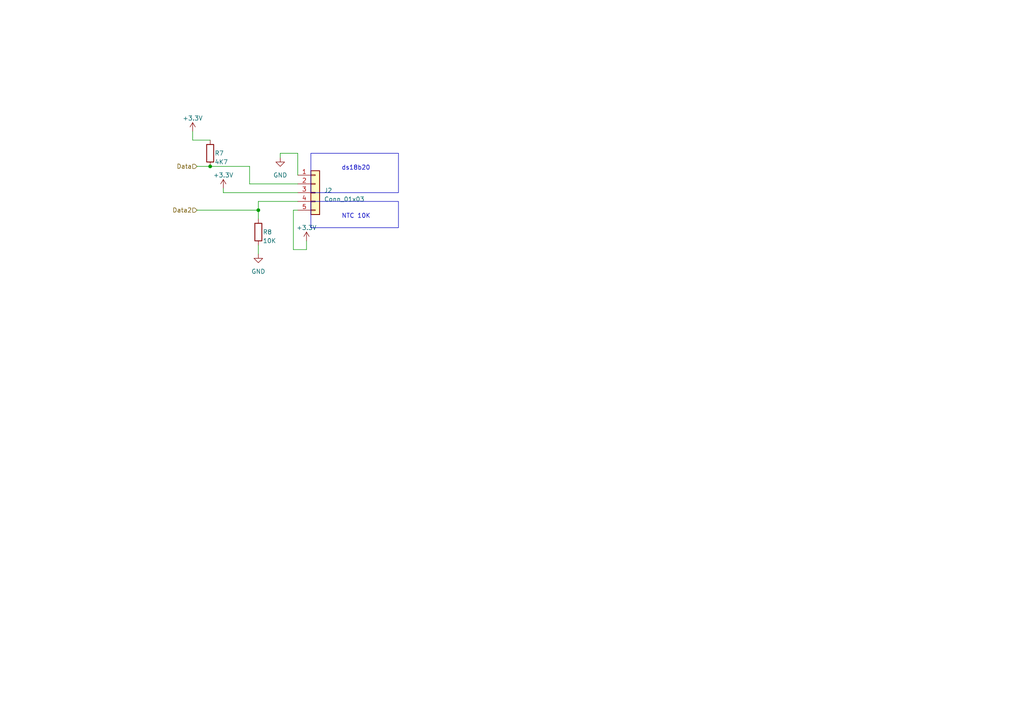
<source format=kicad_sch>
(kicad_sch (version 20230121) (generator eeschema)
  (paper "A4")
  (title_block (title "Temperature Sensors"))
  (lib_symbols
    (symbol "Connector_Generic:Conn_01x05" (pin_names (offset 1.016) hide)
      (property "Reference" "J" (at 0 7.62 0))
      (property "Value" "Conn_01x05" (at 0 -7.62 0))
      (symbol "Conn_01x05_1_1"
        (rectangle (start -1.27 -4.953) (end 0 -5.207) (stroke (width 0.1524)))
        (rectangle (start -1.27 -2.413) (end 0 -2.667) (stroke (width 0.1524)))
        (rectangle (start -1.27 0.127) (end 0 -0.127) (stroke (width 0.1524)))
        (rectangle (start -1.27 2.667) (end 0 2.413) (stroke (width 0.1524)))
        (rectangle (start -1.27 5.207) (end 0 4.953) (stroke (width 0.1524)))
        (rectangle (start -1.27 6.35) (end 1.27 -6.35) (stroke (width 0.254)) (fill (type background)))
        (pin passive line (at -5.08 5.08 0) (length 3.81) (name "Pin_1") (number "1"))
        (pin passive line (at -5.08 2.54 0) (length 3.81) (name "Pin_2") (number "2"))
        (pin passive line (at -5.08 0 0) (length 3.81) (name "Pin_3") (number "3"))
        (pin passive line (at -5.08 -2.54 0) (length 3.81) (name "Pin_4") (number "4"))
        (pin passive line (at -5.08 -5.08 0) (length 3.81) (name "Pin_5") (number "5"))
      )
    )
    (symbol "Device:R" (pin_numbers hide) (pin_names (offset 0))
      (property "Reference" "R" (at 2.032 0 90))
      (property "Value" "R" (at 0 0 90))
      (symbol "R_0_1"
        (rectangle (start -1.016 -2.54) (end 1.016 2.54) (stroke (width 0.254)))
      )
      (symbol "R_1_1"
        (pin passive line (at 0 3.81 270) (length 1.27) (name "~") (number "1"))
        (pin passive line (at 0 -3.81 90) (length 1.27) (name "~") (number "2"))
      )
    )
    (symbol "power:+3.3V" (power) (pin_names (offset 0))
      (property "Value" "+3.3V" (at 0 3.556 0))
      (symbol "+3.3V_0_1"
        (polyline (pts (xy -0.762 1.27) (xy 0 2.54)))
        (polyline (pts (xy 0 0) (xy 0 2.54)))
        (polyline (pts (xy 0 2.54) (xy 0.762 1.27)))
      )
      (symbol "+3.3V_1_1"
        (pin power_in line (at 0 0 90) (length 0) hide (name "+3.3V") (number "1"))
      )
    )
    (symbol "power:GND" (power) (pin_names (offset 0))
      (property "Value" "GND" (at 0 -3.81 0))
      (symbol "GND_0_1"
        (polyline (pts (xy 0 0) (xy 0 -1.27) (xy 1.27 -1.27) (xy 0 -2.54) (xy -1.27 -1.27) (xy 0 -1.27)))
      )
      (symbol "GND_1_1"
        (pin power_in line (at 0 0 270) (length 0) hide (name "GND") (number "1"))
      )
    )
  )
  (junction (at 60.96 48.26))
  (junction (at 74.93 60.96))
  (wire (pts (xy 74.93 73.66) (xy 74.93 71.12)))
  (wire (pts (xy 74.93 58.42) (xy 74.93 60.96)))
  (wire (pts (xy 74.93 63.5) (xy 74.93 60.96)))
  (wire (pts (xy 81.28 44.45) (xy 81.28 45.72)))
  (wire (pts (xy 72.39 53.34) (xy 86.36 53.34)))
  (wire (pts (xy 55.88 40.64) (xy 60.96 40.64)))
  (wire (pts (xy 85.09 60.96) (xy 85.09 72.39)))
  (wire (pts (xy 60.96 48.26) (xy 72.39 48.26)))
  (wire (pts (xy 86.36 55.88) (xy 64.77 55.88)))
  (wire (pts (xy 57.15 48.26) (xy 60.96 48.26)))
  (wire (pts (xy 88.9 72.39) (xy 88.9 69.85)))
  (wire (pts (xy 55.88 38.1) (xy 55.88 40.64)))
  (wire (pts (xy 86.36 50.8) (xy 86.36 44.45)))
  (wire (pts (xy 85.09 72.39) (xy 88.9 72.39)))
  (wire (pts (xy 57.15 60.96) (xy 74.93 60.96)))
  (wire (pts (xy 86.36 60.96) (xy 85.09 60.96)))
  (wire (pts (xy 64.77 55.88) (xy 64.77 54.61)))
  (wire (pts (xy 86.36 58.42) (xy 74.93 58.42)))
  (wire (pts (xy 72.39 48.26) (xy 72.39 53.34)))
  (wire (pts (xy 86.36 44.45) (xy 81.28 44.45)))
  (rectangle (start 90.17 58.42) (end 115.57 66.04))
  (rectangle (start 90.17 44.45) (end 115.57 55.88))
  (text "NTC 10K" (at 99.06 63.5 0) (effects (font (size 1.27 1.27)) (justify left bottom)))
  (text "ds18b20" (at 99.06 49.53 0) (effects (font (size 1.27 1.27)) (justify left bottom)))
  (hierarchical_label "Data" (shape input) (at 57.15 48.26 180))
  (hierarchical_label "Data2" (shape input) (at 57.15 60.96 180))
  (symbol (lib_id "Connector_Generic:Conn_01x05") (at 91.44 55.88 0) (unit 1) (in_bom no)
    (property "Reference" "J2" (at 93.98 55.245 0) (effects (justify left)))
    (property "Value" "Conn_01x03" (at 93.98 57.785 0) (effects (justify left)))
    (property "Footprint" "Connector_PinHeader_2.54mm:PinHeader_1x05_P2.54mm_Vertical" (effects hide))
    (instances (project "AquariumController" (path "" (reference "J2") (unit 1))) (project "XIAO-ESP32C3-aquarium-controller" (path "" (reference "J4") (unit 1))))
  )
  (symbol (lib_id "power:GND") (at 81.28 45.72 0) (unit 1)
    (property "Reference" "#PWR015" (effects hide))
    (property "Value" "GND" (at 81.28 50.8 0))
    (instances (project "AquariumController" (path "" (reference "#PWR015") (unit 1)) (path "" (reference "#PWR023") (unit 1))) (project "XIAO-ESP32C3-aquarium-controller" (path "" (reference "#PWR031") (unit 1))))
  )
  (symbol (lib_id "power:+3.3V") (at 64.77 54.61 0) (unit 1)
    (property "Reference" "#PWR029" (effects hide))
    (property "Value" "+3.3V" (at 64.77 50.8 0))
    (instances (project "AquariumController" (path "" (reference "#PWR029") (unit 1)) (path "" (reference "#PWR031") (unit 1)) (path "" (reference "#PWR014") (unit 1))) (project "XIAO-ESP32C3-aquarium-controller" (path "" (reference "#PWR029") (unit 1))))
  )
  (symbol (lib_id "Device:R") (at 60.96 44.45 0) (unit 1)
    (property "Reference" "R7" (at 62.23 44.45 0) (effects (justify left)))
    (property "Value" "4K7" (at 62.23 46.99 0) (effects (justify left)))
    (property "Footprint" "Resistor_SMD:R_0603_1608Metric" (effects hide))
    (property "JLCPCB Part #" "C23162" (effects hide))
  )
  (symbol (lib_id "Device:R") (at 74.93 67.31 0) (unit 1)
    (property "Reference" "R8" (at 76.2 67.31 0) (effects (justify left)))
    (property "Value" "10K" (at 76.2 69.85 0) (effects (justify left)))
    (property "Footprint" "Resistor_SMD:R_0603_1608Metric" (effects hide))
    (property "JLCPCB Part #" "C23162" (effects hide))
  )
  (symbol (lib_id "power:+3.3V") (at 88.9 69.85 0) (unit 1)
    (property "Reference" "#PWR029" (effects hide))
    (property "Value" "+3.3V" (at 88.9 66.04 0))
    (instances (project "AquariumController" (path "" (reference "#PWR029") (unit 1)) (path "" (reference "#PWR031") (unit 1)) (path "" (reference "#PWR024") (unit 1))) (project "XIAO-ESP32C3-aquarium-controller" (path "" (reference "#PWR032") (unit 1))))
  )
  (symbol (lib_id "power:+3.3V") (at 55.88 38.1 0) (unit 1)
    (property "Reference" "#PWR029" (effects hide))
    (property "Value" "+3.3V" (at 55.88 34.29 0))
    (instances (project "AquariumController" (path "" (reference "#PWR029") (unit 1)) (path "" (reference "#PWR031") (unit 1)) (path "" (reference "#PWR013") (unit 1))) (project "XIAO-ESP32C3-aquarium-controller" (path "" (reference "#PWR028") (unit 1))))
  )
  (symbol (lib_id "power:GND") (at 74.93 73.66 0) (unit 1)
    (property "Reference" "#PWR015" (effects hide))
    (property "Value" "GND" (at 74.93 78.74 0))
    (instances (project "AquariumController" (path "" (reference "#PWR015") (unit 1)) (path "" (reference "#PWR025") (unit 1))) (project "XIAO-ESP32C3-aquarium-controller" (path "" (reference "#PWR030") (unit 1))))
  )
)
</source>
